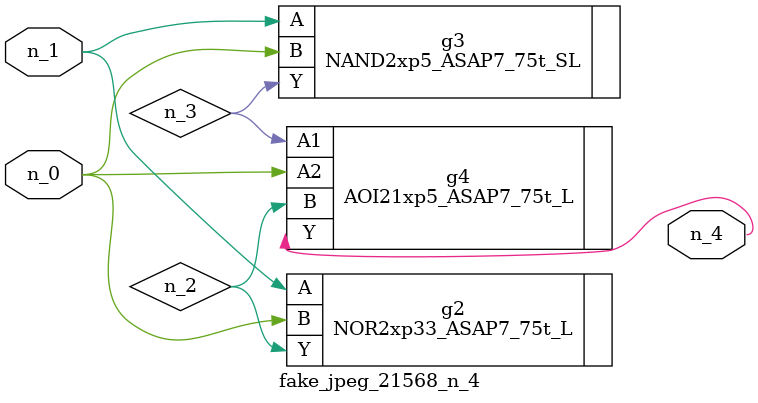
<source format=v>
module fake_jpeg_21568_n_4 (n_0, n_1, n_4);

input n_0;
input n_1;

output n_4;

wire n_3;
wire n_2;

NOR2xp33_ASAP7_75t_L g2 ( 
.A(n_1),
.B(n_0),
.Y(n_2)
);

NAND2xp5_ASAP7_75t_SL g3 ( 
.A(n_1),
.B(n_0),
.Y(n_3)
);

AOI21xp5_ASAP7_75t_L g4 ( 
.A1(n_3),
.A2(n_0),
.B(n_2),
.Y(n_4)
);


endmodule
</source>
